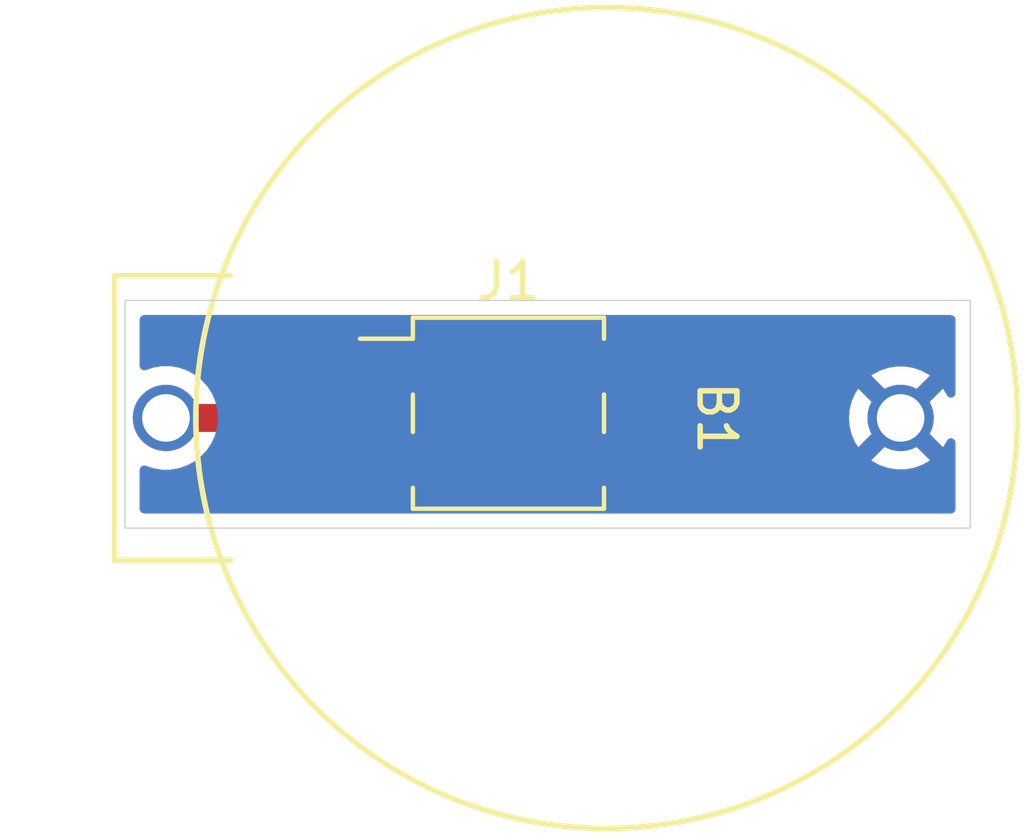
<source format=kicad_pcb>
(kicad_pcb (version 20240108) (generator "pcbnew") (generator_version "8.0")
  (title_block (rev "1"))
  (layers (0 "F.Cu" signal "Front") (31 "B.Cu" signal "Back") (34 "B.Paste" user) (35 "F.Paste" user) (36 "B.SilkS" user "B.Silkscreen") (37 "F.SilkS" user "F.Silkscreen") (38 "B.Mask" user) (39 "F.Mask" user) (44 "Edge.Cuts" user))
  (net 0 "")
  (net 1 "GND")
  (net 2 "+3.3V")
  (footprint "anichno:BH-25C-1_ADM" (layer "F.Cu") (at 156.1059 62.2 -90)
    (property "Reference" "B1" (at 0 5 -90) (layer "F.SilkS"))
    (property "Value" "BH-25C-1")
    (fp_line (start -3.8735 21.3868) (end 3.8735 21.3868) (stroke (width 0.1524)) (layer "F.SilkS"))
    (fp_line (start 3.8735 21.3868) (end 3.8735 18.221764) (stroke (width 0.1524)) (layer "F.SilkS"))
    (fp_line (start -3.8735 18.221764) (end -3.8735 21.3868) (stroke (width 0.1524)) (layer "F.SilkS"))
    (fp_circle (center 0 8.001) (end 11.176 8.001) (stroke (width 0.1524)) (fill none) (layer "F.SilkS"))
    (pad "1" thru_hole circle (at 0 0 270) (size 1.8034 1.8034) (drill 1.2954) (layers "*.Cu" "*.Mask") (net 1 "GND"))
    (pad "2" thru_hole circle (at 0 19.9898 270) (size 1.8034 1.8034) (drill 1.2954) (layers "*.Cu" "*.Mask") (net 2 "+3.3V"))
  )
  (footprint "Connector_PinHeader_2.54mm:PinHeader_2x02_P2.54mm_Vertical_SMD" (layer "F.Cu") (at 145.4351 62.0732)
    (property "Reference" "J1" (at 0 -3.6 360) (layer "F.SilkS"))
    (property "Value" "Ext Pwr")
    (fp_line (start -4.04 -2.03) (end -2.6 -2.03) (stroke (width 0.12)) (layer "F.SilkS"))
    (fp_line (start -2.6 -2.6) (end -2.6 -2.03) (stroke (width 0.12)) (layer "F.SilkS"))
    (fp_line (start -2.6 -2.6) (end 2.6 -2.6) (stroke (width 0.12)) (layer "F.SilkS"))
    (fp_line (start -2.6 -0.51) (end -2.6 0.51) (stroke (width 0.12)) (layer "F.SilkS"))
    (fp_line (start -2.6 2.03) (end -2.6 2.6) (stroke (width 0.12)) (layer "F.SilkS"))
    (fp_line (start -2.6 2.6) (end 2.6 2.6) (stroke (width 0.12)) (layer "F.SilkS"))
    (fp_line (start 2.6 -2.6) (end 2.6 -2.03) (stroke (width 0.12)) (layer "F.SilkS"))
    (fp_line (start 2.6 -0.51) (end 2.6 0.51) (stroke (width 0.12)) (layer "F.SilkS"))
    (fp_line (start 2.6 2.03) (end 2.6 2.6) (stroke (width 0.12)) (layer "F.SilkS"))
    (pad "1" smd rect (at -2.525 -1.27) (size 3.15 1) (layers "F.Cu" "F.Paste" "F.Mask") (net 2 "+3.3V"))
    (pad "2" smd rect (at 2.525 -1.27) (size 3.15 1) (layers "F.Cu" "F.Paste" "F.Mask") (net 1 "GND"))
    (pad "3" smd rect (at -2.525 1.27) (size 3.15 1) (layers "F.Cu" "F.Paste" "F.Mask"))
    (pad "4" smd rect (at 2.525 1.27) (size 3.15 1) (layers "F.Cu" "F.Paste" "F.Mask"))
  )
  (gr_rect (start 135 59) (end 158 65.2) (stroke (width 0.0381)) (fill none) (layer "Edge.Cuts"))
  (segment (start 141.5133 62.2) (end 142.9101 60.8032) (width 0.762) (layer "F.Cu") (net 2))
  (segment (start 136.1161 62.2) (end 141.5133 62.2) (width 0.762) (layer "F.Cu") (net 2))
  (zone (net 1) (net_name "GND") (layers "F&B.Cu") (connect_pads (clearance 0.508)) (min_thickness 0.25) (fill yes (thermal_gap 0.5) (thermal_bridge_width 0.5))
    (polygon (pts (xy 131.6 58.2) (xy 158.4 58.2) (xy 158.4 66.2) (xy 131.6 66.2)))
  )
)
</source>
